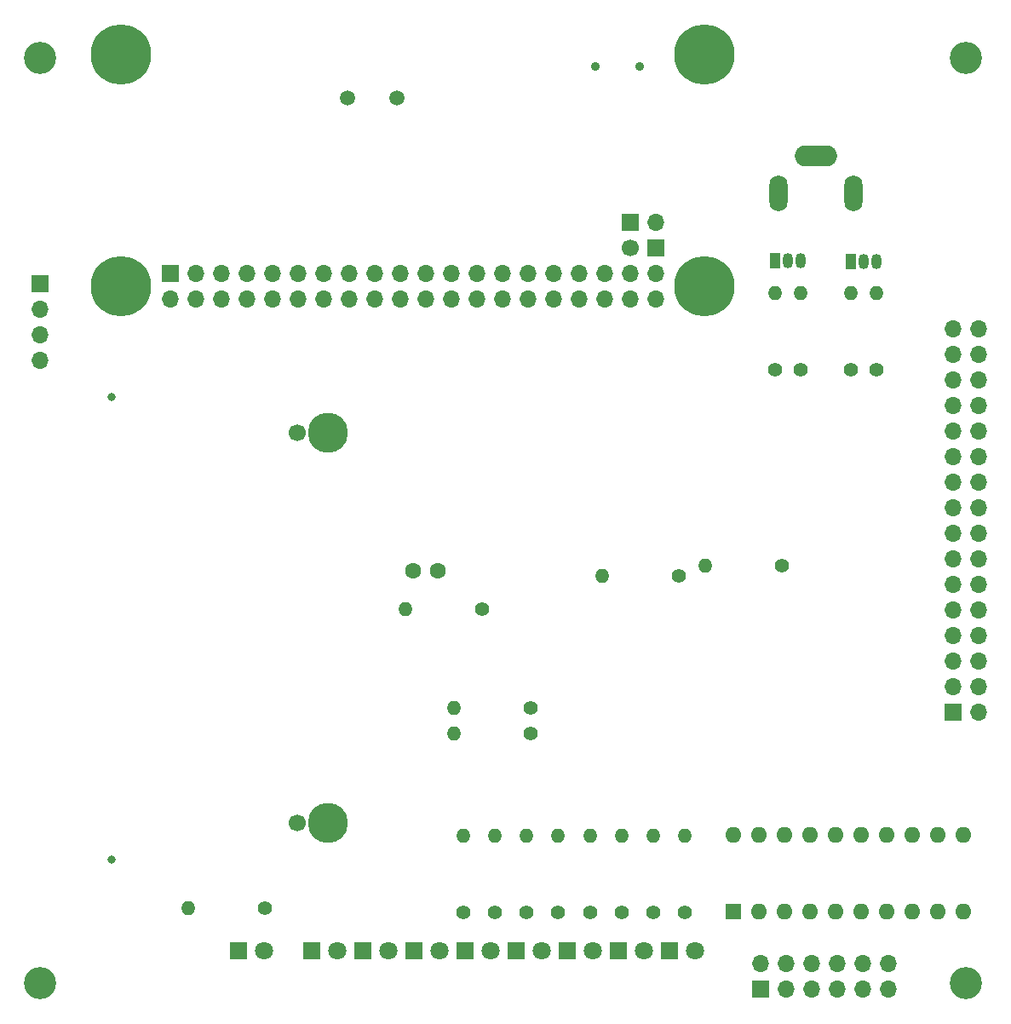
<source format=gbs>
G04 #@! TF.GenerationSoftware,KiCad,Pcbnew,7.0.5*
G04 #@! TF.CreationDate,2023-12-17T09:41:48+13:00*
G04 #@! TF.ProjectId,CompactFlash,436f6d70-6163-4744-966c-6173682e6b69,2*
G04 #@! TF.SameCoordinates,Original*
G04 #@! TF.FileFunction,Soldermask,Bot*
G04 #@! TF.FilePolarity,Negative*
%FSLAX46Y46*%
G04 Gerber Fmt 4.6, Leading zero omitted, Abs format (unit mm)*
G04 Created by KiCad (PCBNEW 7.0.5) date 2023-12-17 09:41:48*
%MOMM*%
%LPD*%
G01*
G04 APERTURE LIST*
%ADD10C,1.400000*%
%ADD11O,1.400000X1.400000*%
%ADD12R,1.700000X1.700000*%
%ADD13O,1.700000X1.700000*%
%ADD14O,1.800000X3.600000*%
%ADD15O,4.200000X2.100000*%
%ADD16C,3.990000*%
%ADD17C,1.700000*%
%ADD18C,0.800000*%
%ADD19R,1.600000X1.600000*%
%ADD20O,1.600000X1.600000*%
%ADD21R,1.050000X1.500000*%
%ADD22O,1.050000X1.500000*%
%ADD23R,1.800000X1.800000*%
%ADD24C,1.800000*%
%ADD25C,6.000000*%
%ADD26C,0.900000*%
%ADD27C,1.500000*%
%ADD28C,3.200000*%
%ADD29C,1.600000*%
G04 APERTURE END LIST*
D10*
X168668650Y-98759749D03*
D11*
X161048650Y-98759749D03*
D12*
X176802277Y-139807976D03*
D13*
X176802277Y-137267976D03*
X179342277Y-139807976D03*
X179342277Y-137267976D03*
X181882277Y-139807976D03*
X181882277Y-137267976D03*
X184422277Y-139807976D03*
X184422277Y-137267976D03*
X186962277Y-139807976D03*
X186962277Y-137267976D03*
X189502277Y-139807976D03*
X189502277Y-137267976D03*
D10*
X180784450Y-78261949D03*
D11*
X180784450Y-70641949D03*
D14*
X186008877Y-60720176D03*
X178508877Y-60720176D03*
D15*
X182258877Y-57020176D03*
D16*
X133745750Y-123321549D03*
X133745750Y-84581549D03*
D17*
X130745750Y-123321549D03*
X130745750Y-84581549D03*
D18*
X112245750Y-126951549D03*
X112245750Y-80951549D03*
D19*
X174078850Y-132135349D03*
D20*
X176618850Y-132135349D03*
X179158850Y-132135349D03*
X181698850Y-132135349D03*
X184238850Y-132135349D03*
X186778850Y-132135349D03*
X189318850Y-132135349D03*
X191858850Y-132135349D03*
X194398850Y-132135349D03*
X196938850Y-132135349D03*
X196938850Y-124515349D03*
X194398850Y-124515349D03*
X191858850Y-124515349D03*
X189318850Y-124515349D03*
X186778850Y-124515349D03*
X184238850Y-124515349D03*
X181698850Y-124515349D03*
X179158850Y-124515349D03*
X176618850Y-124515349D03*
X174078850Y-124515349D03*
D21*
X185712050Y-67492349D03*
D22*
X186982050Y-67492349D03*
X188252050Y-67492349D03*
D23*
X132138050Y-136015949D03*
D24*
X134678050Y-136015949D03*
D10*
X127469850Y-131830549D03*
D11*
X119849850Y-131830549D03*
D23*
X162618050Y-136015949D03*
D24*
X165158050Y-136015949D03*
D10*
X156652850Y-132211549D03*
D11*
X156652850Y-124591549D03*
D10*
X159802850Y-132211549D03*
D11*
X159802850Y-124591549D03*
D10*
X169252850Y-132211549D03*
D11*
X169252850Y-124591549D03*
D25*
X113183250Y-69981549D03*
X171183250Y-69981549D03*
X113183250Y-46981549D03*
X171183250Y-46981549D03*
D12*
X118053250Y-68711549D03*
D13*
X118053250Y-71251549D03*
X120593250Y-68711549D03*
X120593250Y-71251549D03*
X123133250Y-68711549D03*
X123133250Y-71251549D03*
X125673250Y-68711549D03*
X125673250Y-71251549D03*
X128213250Y-68711549D03*
X128213250Y-71251549D03*
X130753250Y-68711549D03*
X130753250Y-71251549D03*
X133293250Y-68711549D03*
X133293250Y-71251549D03*
X135833250Y-68711549D03*
X135833250Y-71251549D03*
X138373250Y-68711549D03*
X138373250Y-71251549D03*
X140913250Y-68711549D03*
X140913250Y-71251549D03*
X143453250Y-68711549D03*
X143453250Y-71251549D03*
X145993250Y-68711549D03*
X145993250Y-71251549D03*
X148533250Y-68711549D03*
X148533250Y-71251549D03*
X151073250Y-68711549D03*
X151073250Y-71251549D03*
X153613250Y-68711549D03*
X153613250Y-71251549D03*
X156153250Y-68711549D03*
X156153250Y-71251549D03*
X158693250Y-68711549D03*
X158693250Y-71251549D03*
X161233250Y-68711549D03*
X161233250Y-71251549D03*
X163773250Y-68711549D03*
X163773250Y-71251549D03*
X166313250Y-68711549D03*
X166313250Y-71251549D03*
D12*
X166313250Y-66171549D03*
D17*
X163773250Y-66171549D03*
D12*
X163773250Y-63631549D03*
D13*
X166313250Y-63631549D03*
D10*
X147202850Y-132211549D03*
D11*
X147202850Y-124591549D03*
D23*
X152458050Y-136015949D03*
D24*
X154998050Y-136015949D03*
D23*
X124848250Y-136015949D03*
D24*
X127388250Y-136015949D03*
D10*
X149059850Y-102061749D03*
D11*
X141439850Y-102061749D03*
D23*
X142298050Y-136015949D03*
D24*
X144838050Y-136015949D03*
D12*
X195898677Y-112341376D03*
D13*
X198438677Y-112341376D03*
X195898677Y-109801376D03*
X198438677Y-109801376D03*
X195898677Y-107261376D03*
X198438677Y-107261376D03*
X195898677Y-104721376D03*
X198438677Y-104721376D03*
X195898677Y-102181376D03*
X198438677Y-102181376D03*
X195898677Y-99641376D03*
X198438677Y-99641376D03*
X195898677Y-97101376D03*
X198438677Y-97101376D03*
X195898677Y-94561376D03*
X198438677Y-94561376D03*
X195898677Y-92021376D03*
X198438677Y-92021376D03*
X195898677Y-89481376D03*
X198438677Y-89481376D03*
X195898677Y-86941376D03*
X198438677Y-86941376D03*
X195898677Y-84401376D03*
X198438677Y-84401376D03*
X195898677Y-81861376D03*
X198438677Y-81861376D03*
X195898677Y-79321376D03*
X198438677Y-79321376D03*
X195898677Y-76781376D03*
X198438677Y-76781376D03*
X195898677Y-74241376D03*
X198438677Y-74241376D03*
D10*
X185762850Y-78257549D03*
D11*
X185762850Y-70637549D03*
D26*
X164764350Y-48137549D03*
X160364350Y-48137549D03*
D10*
X178904850Y-97794549D03*
D11*
X171284850Y-97794549D03*
D23*
X157538050Y-136015949D03*
D24*
X160078050Y-136015949D03*
D10*
X178244450Y-78287349D03*
D11*
X178244450Y-70667349D03*
D10*
X153502850Y-132211549D03*
D11*
X153502850Y-124591549D03*
D10*
X153885850Y-114456949D03*
D11*
X146265850Y-114456949D03*
D23*
X147378050Y-136015949D03*
D24*
X149918050Y-136015949D03*
D27*
X140613250Y-51291549D03*
X135713250Y-51291549D03*
D12*
X105169877Y-69744176D03*
D13*
X105169877Y-72284176D03*
X105169877Y-74824176D03*
X105169877Y-77364176D03*
D28*
X197152277Y-47282976D03*
X105152277Y-139282976D03*
D29*
X142201850Y-98251749D03*
X144701850Y-98251749D03*
D28*
X197152277Y-139282976D03*
X105152277Y-47282976D03*
D23*
X167698050Y-136015949D03*
D24*
X170238050Y-136015949D03*
D10*
X162952850Y-132211549D03*
D11*
X162952850Y-124591549D03*
D10*
X188302850Y-78257549D03*
D11*
X188302850Y-70637549D03*
D10*
X166102850Y-132211549D03*
D11*
X166102850Y-124591549D03*
D21*
X178244450Y-67441549D03*
D22*
X179514450Y-67441549D03*
X180784450Y-67441549D03*
D10*
X153885850Y-111916949D03*
D11*
X146265850Y-111916949D03*
D10*
X150352850Y-132211549D03*
D11*
X150352850Y-124591549D03*
D23*
X137218050Y-136015949D03*
D24*
X139758050Y-136015949D03*
M02*

</source>
